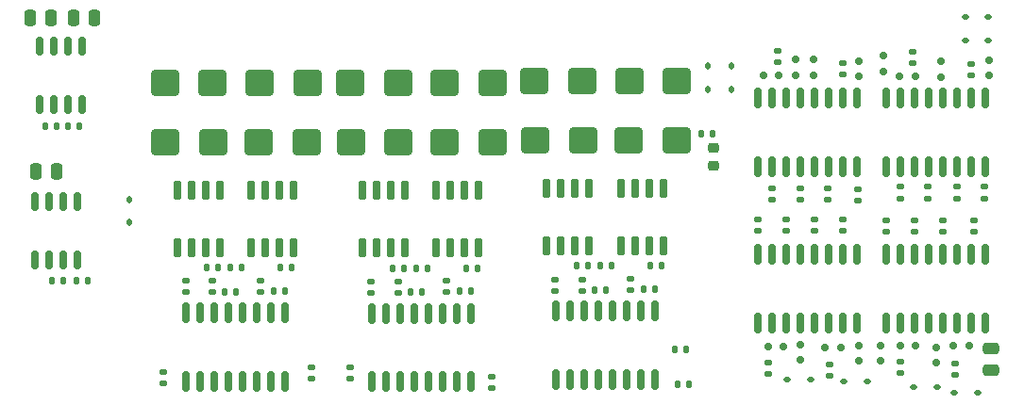
<source format=gbr>
%TF.GenerationSoftware,KiCad,Pcbnew,7.0.9-7.0.9~ubuntu22.04.1*%
%TF.CreationDate,2023-12-10T20:03:09+01:00*%
%TF.ProjectId,door_if4_usb.v2,646f6f72-5f69-4663-945f-7573622e7632,rev?*%
%TF.SameCoordinates,Original*%
%TF.FileFunction,Paste,Top*%
%TF.FilePolarity,Positive*%
%FSLAX46Y46*%
G04 Gerber Fmt 4.6, Leading zero omitted, Abs format (unit mm)*
G04 Created by KiCad (PCBNEW 7.0.9-7.0.9~ubuntu22.04.1) date 2023-12-10 20:03:09*
%MOMM*%
%LPD*%
G01*
G04 APERTURE LIST*
G04 Aperture macros list*
%AMRoundRect*
0 Rectangle with rounded corners*
0 $1 Rounding radius*
0 $2 $3 $4 $5 $6 $7 $8 $9 X,Y pos of 4 corners*
0 Add a 4 corners polygon primitive as box body*
4,1,4,$2,$3,$4,$5,$6,$7,$8,$9,$2,$3,0*
0 Add four circle primitives for the rounded corners*
1,1,$1+$1,$2,$3*
1,1,$1+$1,$4,$5*
1,1,$1+$1,$6,$7*
1,1,$1+$1,$8,$9*
0 Add four rect primitives between the rounded corners*
20,1,$1+$1,$2,$3,$4,$5,0*
20,1,$1+$1,$4,$5,$6,$7,0*
20,1,$1+$1,$6,$7,$8,$9,0*
20,1,$1+$1,$8,$9,$2,$3,0*%
G04 Aperture macros list end*
%ADD10RoundRect,0.112500X0.187500X0.112500X-0.187500X0.112500X-0.187500X-0.112500X0.187500X-0.112500X0*%
%ADD11RoundRect,0.150000X-0.200000X0.150000X-0.200000X-0.150000X0.200000X-0.150000X0.200000X0.150000X0*%
%ADD12RoundRect,0.250000X-1.000000X-0.900000X1.000000X-0.900000X1.000000X0.900000X-1.000000X0.900000X0*%
%ADD13RoundRect,0.135000X0.185000X-0.135000X0.185000X0.135000X-0.185000X0.135000X-0.185000X-0.135000X0*%
%ADD14RoundRect,0.150000X-0.150000X-0.200000X0.150000X-0.200000X0.150000X0.200000X-0.150000X0.200000X0*%
%ADD15RoundRect,0.135000X-0.185000X0.135000X-0.185000X-0.135000X0.185000X-0.135000X0.185000X0.135000X0*%
%ADD16RoundRect,0.150000X0.200000X-0.150000X0.200000X0.150000X-0.200000X0.150000X-0.200000X-0.150000X0*%
%ADD17RoundRect,0.162500X-0.162500X0.750000X-0.162500X-0.750000X0.162500X-0.750000X0.162500X0.750000X0*%
%ADD18RoundRect,0.250000X1.000000X0.900000X-1.000000X0.900000X-1.000000X-0.900000X1.000000X-0.900000X0*%
%ADD19RoundRect,0.135000X-0.135000X-0.185000X0.135000X-0.185000X0.135000X0.185000X-0.135000X0.185000X0*%
%ADD20RoundRect,0.135000X0.135000X0.185000X-0.135000X0.185000X-0.135000X-0.185000X0.135000X-0.185000X0*%
%ADD21RoundRect,0.150000X0.150000X-0.725000X0.150000X0.725000X-0.150000X0.725000X-0.150000X-0.725000X0*%
%ADD22RoundRect,0.250000X-0.250000X-0.475000X0.250000X-0.475000X0.250000X0.475000X-0.250000X0.475000X0*%
%ADD23RoundRect,0.218750X0.256250X-0.218750X0.256250X0.218750X-0.256250X0.218750X-0.256250X-0.218750X0*%
%ADD24RoundRect,0.112500X0.112500X-0.187500X0.112500X0.187500X-0.112500X0.187500X-0.112500X-0.187500X0*%
%ADD25RoundRect,0.150000X0.150000X-0.675000X0.150000X0.675000X-0.150000X0.675000X-0.150000X-0.675000X0*%
%ADD26RoundRect,0.150000X0.150000X0.200000X-0.150000X0.200000X-0.150000X-0.200000X0.150000X-0.200000X0*%
%ADD27RoundRect,0.162500X0.162500X-0.750000X0.162500X0.750000X-0.162500X0.750000X-0.162500X-0.750000X0*%
%ADD28RoundRect,0.250000X-0.475000X0.250000X-0.475000X-0.250000X0.475000X-0.250000X0.475000X0.250000X0*%
%ADD29RoundRect,0.250000X0.250000X0.475000X-0.250000X0.475000X-0.250000X-0.475000X0.250000X-0.475000X0*%
G04 APERTURE END LIST*
D10*
%TO.C,D2*%
X147750000Y-99600000D03*
X145650000Y-99600000D03*
%TD*%
D11*
%TO.C,D28*%
X136150000Y-104950000D03*
X136150000Y-103550000D03*
%TD*%
D12*
%TO.C,D24*%
X73900000Y-110850000D03*
X78200000Y-110850000D03*
%TD*%
D13*
%TO.C,R8*%
X111300000Y-124210000D03*
X111300000Y-123190000D03*
%TD*%
D14*
%TO.C,D31*%
X141200000Y-129200000D03*
X139800000Y-129200000D03*
%TD*%
D13*
%TO.C,R60*%
X128800000Y-103660000D03*
X128800000Y-102640000D03*
%TD*%
D12*
%TO.C,D7*%
X115500000Y-105400000D03*
X119800000Y-105400000D03*
%TD*%
D15*
%TO.C,R22*%
X90500000Y-131090000D03*
X90500000Y-132110000D03*
%TD*%
D16*
%TO.C,D34*%
X138300000Y-103100000D03*
X138300000Y-104500000D03*
%TD*%
D17*
%TO.C,U3*%
X147445000Y-106912500D03*
X146175000Y-106912500D03*
X144905000Y-106912500D03*
X143635000Y-106912500D03*
X142365000Y-106912500D03*
X141095000Y-106912500D03*
X139825000Y-106912500D03*
X138555000Y-106912500D03*
X138555000Y-113087500D03*
X139825000Y-113087500D03*
X141095000Y-113087500D03*
X142365000Y-113087500D03*
X143635000Y-113087500D03*
X144905000Y-113087500D03*
X146175000Y-113087500D03*
X147445000Y-113087500D03*
%TD*%
D13*
%TO.C,R38*%
X75700000Y-124370000D03*
X75700000Y-123350000D03*
%TD*%
D18*
%TO.C,D22*%
X86600000Y-110850000D03*
X82300000Y-110850000D03*
%TD*%
D19*
%TO.C,R21*%
X65890000Y-123300000D03*
X66910000Y-123300000D03*
%TD*%
D18*
%TO.C,D9*%
X111300000Y-105400000D03*
X107000000Y-105400000D03*
%TD*%
D12*
%TO.C,D16*%
X90525000Y-110875000D03*
X94825000Y-110875000D03*
%TD*%
D20*
%TO.C,R39*%
X80760000Y-122150000D03*
X79740000Y-122150000D03*
%TD*%
D13*
%TO.C,R54*%
X136000000Y-116110000D03*
X136000000Y-115090000D03*
%TD*%
%TO.C,R17*%
X139800000Y-115910000D03*
X139800000Y-114890000D03*
%TD*%
%TO.C,R55*%
X133350000Y-116060000D03*
X133350000Y-115040000D03*
%TD*%
D21*
%TO.C,Q4*%
X91570000Y-120350000D03*
X92840000Y-120350000D03*
X94110000Y-120350000D03*
X95380000Y-120350000D03*
X95380000Y-115200000D03*
X94110000Y-115200000D03*
X92840000Y-115200000D03*
X91570000Y-115200000D03*
%TD*%
D13*
%TO.C,R20*%
X140950000Y-103760000D03*
X140950000Y-102740000D03*
%TD*%
D19*
%TO.C,R5*%
X65190000Y-109400000D03*
X66210000Y-109400000D03*
%TD*%
D22*
%TO.C,C3*%
X61750000Y-99700000D03*
X63650000Y-99700000D03*
%TD*%
D23*
%TO.C,D1*%
X123100000Y-112987500D03*
X123100000Y-111412500D03*
%TD*%
D20*
%TO.C,R10*%
X113410000Y-124150000D03*
X112390000Y-124150000D03*
%TD*%
D16*
%TO.C,D27*%
X138050000Y-129150000D03*
X138050000Y-130550000D03*
%TD*%
D13*
%TO.C,R29*%
X99075000Y-124335000D03*
X99075000Y-123315000D03*
%TD*%
D15*
%TO.C,R49*%
X146400000Y-117890000D03*
X146400000Y-118910000D03*
%TD*%
%TO.C,R66*%
X128000000Y-130640000D03*
X128000000Y-131660000D03*
%TD*%
D20*
%TO.C,R4*%
X120610000Y-129500000D03*
X119590000Y-129500000D03*
%TD*%
D15*
%TO.C,R52*%
X144750000Y-130730000D03*
X144750000Y-131750000D03*
%TD*%
D21*
%TO.C,Q6*%
X74945000Y-120325000D03*
X76215000Y-120325000D03*
X77485000Y-120325000D03*
X78755000Y-120325000D03*
X78755000Y-115175000D03*
X77485000Y-115175000D03*
X76215000Y-115175000D03*
X74945000Y-115175000D03*
%TD*%
D15*
%TO.C,R64*%
X132150000Y-117790000D03*
X132150000Y-118810000D03*
%TD*%
D20*
%TO.C,R2*%
X120910000Y-132600000D03*
X119890000Y-132600000D03*
%TD*%
D13*
%TO.C,R9*%
X115600000Y-124160000D03*
X115600000Y-123140000D03*
%TD*%
D20*
%TO.C,R45*%
X78660000Y-122150000D03*
X77640000Y-122150000D03*
%TD*%
%TO.C,R7*%
X113910000Y-122000000D03*
X112890000Y-122000000D03*
%TD*%
D10*
%TO.C,D10*%
X147750000Y-101700000D03*
X145650000Y-101700000D03*
%TD*%
D19*
%TO.C,R31*%
X100265000Y-124275000D03*
X101285000Y-124275000D03*
%TD*%
D13*
%TO.C,R56*%
X130850000Y-116060000D03*
X130850000Y-115040000D03*
%TD*%
D21*
%TO.C,Q1*%
X114745000Y-120175000D03*
X116015000Y-120175000D03*
X117285000Y-120175000D03*
X118555000Y-120175000D03*
X118555000Y-115025000D03*
X117285000Y-115025000D03*
X116015000Y-115025000D03*
X114745000Y-115025000D03*
%TD*%
D15*
%TO.C,R47*%
X141100000Y-117890000D03*
X141100000Y-118910000D03*
%TD*%
D18*
%TO.C,D25*%
X78150000Y-105550000D03*
X73850000Y-105550000D03*
%TD*%
D20*
%TO.C,R12*%
X118410000Y-122000000D03*
X117390000Y-122000000D03*
%TD*%
D21*
%TO.C,Q5*%
X81595000Y-120325000D03*
X82865000Y-120325000D03*
X84135000Y-120325000D03*
X85405000Y-120325000D03*
X85405000Y-115175000D03*
X84135000Y-115175000D03*
X82865000Y-115175000D03*
X81595000Y-115175000D03*
%TD*%
D16*
%TO.C,D35*%
X143050000Y-129300000D03*
X143050000Y-130700000D03*
%TD*%
D19*
%TO.C,R11*%
X116790000Y-124100000D03*
X117810000Y-124100000D03*
%TD*%
D24*
%TO.C,D12*%
X122600000Y-106150000D03*
X122600000Y-104050000D03*
%TD*%
D14*
%TO.C,D33*%
X129350000Y-129250000D03*
X127950000Y-129250000D03*
%TD*%
D24*
%TO.C,D18*%
X70700000Y-118100000D03*
X70700000Y-116000000D03*
%TD*%
D20*
%TO.C,R13*%
X111810000Y-122000000D03*
X110790000Y-122000000D03*
%TD*%
D13*
%TO.C,R18*%
X146200000Y-104860000D03*
X146200000Y-103840000D03*
%TD*%
D17*
%TO.C,U7*%
X135945000Y-106912500D03*
X134675000Y-106912500D03*
X133405000Y-106912500D03*
X132135000Y-106912500D03*
X130865000Y-106912500D03*
X129595000Y-106912500D03*
X128325000Y-106912500D03*
X127055000Y-106912500D03*
X127055000Y-113087500D03*
X128325000Y-113087500D03*
X129595000Y-113087500D03*
X130865000Y-113087500D03*
X132135000Y-113087500D03*
X133405000Y-113087500D03*
X134675000Y-113087500D03*
X135945000Y-113087500D03*
%TD*%
D20*
%TO.C,R30*%
X96885000Y-124325000D03*
X95865000Y-124325000D03*
%TD*%
D13*
%TO.C,R16*%
X142300000Y-115910000D03*
X142300000Y-114890000D03*
%TD*%
D11*
%TO.C,D30*%
X143450000Y-105000000D03*
X143450000Y-103600000D03*
%TD*%
D14*
%TO.C,D39*%
X146000000Y-129200000D03*
X144600000Y-129200000D03*
%TD*%
D11*
%TO.C,D37*%
X136100000Y-130550000D03*
X136100000Y-129150000D03*
%TD*%
D13*
%TO.C,R26*%
X92325000Y-124395000D03*
X92325000Y-123375000D03*
%TD*%
D20*
%TO.C,R27*%
X97385000Y-122175000D03*
X96365000Y-122175000D03*
%TD*%
D15*
%TO.C,R46*%
X138600000Y-117890000D03*
X138600000Y-118910000D03*
%TD*%
D25*
%TO.C,U10*%
X62195000Y-121425000D03*
X63465000Y-121425000D03*
X64735000Y-121425000D03*
X66005000Y-121425000D03*
X66005000Y-116175000D03*
X64735000Y-116175000D03*
X63465000Y-116175000D03*
X62195000Y-116175000D03*
%TD*%
D13*
%TO.C,R24*%
X103200000Y-133010000D03*
X103200000Y-131990000D03*
%TD*%
D11*
%TO.C,D29*%
X130900000Y-130450000D03*
X130900000Y-129050000D03*
%TD*%
D10*
%TO.C,D3*%
X143150000Y-132900000D03*
X141050000Y-132900000D03*
%TD*%
D13*
%TO.C,R57*%
X128300000Y-116060000D03*
X128300000Y-115040000D03*
%TD*%
D15*
%TO.C,R63*%
X129600000Y-117790000D03*
X129600000Y-118810000D03*
%TD*%
D12*
%TO.C,D8*%
X107050000Y-110700000D03*
X111350000Y-110700000D03*
%TD*%
%TO.C,D23*%
X82350000Y-105550000D03*
X86650000Y-105550000D03*
%TD*%
D20*
%TO.C,R42*%
X80260000Y-124300000D03*
X79240000Y-124300000D03*
%TD*%
D18*
%TO.C,D17*%
X94775000Y-105575000D03*
X90475000Y-105575000D03*
%TD*%
D10*
%TO.C,D5*%
X131750000Y-132200000D03*
X129650000Y-132200000D03*
%TD*%
D15*
%TO.C,R36*%
X87000000Y-131090000D03*
X87000000Y-132110000D03*
%TD*%
D26*
%TO.C,D38*%
X139750000Y-104950000D03*
X141150000Y-104950000D03*
%TD*%
D11*
%TO.C,D32*%
X132050000Y-104850000D03*
X132050000Y-103450000D03*
%TD*%
D27*
%TO.C,U8*%
X127055000Y-127087500D03*
X128325000Y-127087500D03*
X129595000Y-127087500D03*
X130865000Y-127087500D03*
X132135000Y-127087500D03*
X133405000Y-127087500D03*
X134675000Y-127087500D03*
X135945000Y-127087500D03*
X135945000Y-120912500D03*
X134675000Y-120912500D03*
X133405000Y-120912500D03*
X132135000Y-120912500D03*
X130865000Y-120912500D03*
X129595000Y-120912500D03*
X128325000Y-120912500D03*
X127055000Y-120912500D03*
%TD*%
D21*
%TO.C,Q2*%
X108095000Y-120175000D03*
X109365000Y-120175000D03*
X110635000Y-120175000D03*
X111905000Y-120175000D03*
X111905000Y-115025000D03*
X110635000Y-115025000D03*
X109365000Y-115025000D03*
X108095000Y-115025000D03*
%TD*%
D27*
%TO.C,U4*%
X92380000Y-132412500D03*
X93650000Y-132412500D03*
X94920000Y-132412500D03*
X96190000Y-132412500D03*
X97460000Y-132412500D03*
X98730000Y-132412500D03*
X100000000Y-132412500D03*
X101270000Y-132412500D03*
X101270000Y-126237500D03*
X100000000Y-126237500D03*
X98730000Y-126237500D03*
X97460000Y-126237500D03*
X96190000Y-126237500D03*
X94920000Y-126237500D03*
X93650000Y-126237500D03*
X92380000Y-126237500D03*
%TD*%
D15*
%TO.C,R68*%
X133500000Y-130880000D03*
X133500000Y-131900000D03*
%TD*%
D27*
%TO.C,U2*%
X108905000Y-132237500D03*
X110175000Y-132237500D03*
X111445000Y-132237500D03*
X112715000Y-132237500D03*
X113985000Y-132237500D03*
X115255000Y-132237500D03*
X116525000Y-132237500D03*
X117795000Y-132237500D03*
X117795000Y-126062500D03*
X116525000Y-126062500D03*
X115255000Y-126062500D03*
X113985000Y-126062500D03*
X112715000Y-126062500D03*
X111445000Y-126062500D03*
X110175000Y-126062500D03*
X108905000Y-126062500D03*
%TD*%
D19*
%TO.C,R3*%
X63090000Y-109400000D03*
X64110000Y-109400000D03*
%TD*%
D18*
%TO.C,D14*%
X103225000Y-110875000D03*
X98925000Y-110875000D03*
%TD*%
D14*
%TO.C,D41*%
X134500000Y-129300000D03*
X133100000Y-129300000D03*
%TD*%
D10*
%TO.C,D13*%
X136850000Y-132400000D03*
X134750000Y-132400000D03*
%TD*%
D21*
%TO.C,Q3*%
X98220000Y-120350000D03*
X99490000Y-120350000D03*
X100760000Y-120350000D03*
X102030000Y-120350000D03*
X102030000Y-115200000D03*
X100760000Y-115200000D03*
X99490000Y-115200000D03*
X98220000Y-115200000D03*
%TD*%
D26*
%TO.C,D40*%
X127550000Y-104900000D03*
X128950000Y-104900000D03*
%TD*%
D13*
%TO.C,R15*%
X144900000Y-115910000D03*
X144900000Y-114890000D03*
%TD*%
D12*
%TO.C,D15*%
X98975000Y-105575000D03*
X103275000Y-105575000D03*
%TD*%
D25*
%TO.C,U9*%
X62595000Y-107525000D03*
X63865000Y-107525000D03*
X65135000Y-107525000D03*
X66405000Y-107525000D03*
X66405000Y-102275000D03*
X65135000Y-102275000D03*
X63865000Y-102275000D03*
X62595000Y-102275000D03*
%TD*%
D19*
%TO.C,R19*%
X63700000Y-123300000D03*
X64720000Y-123300000D03*
%TD*%
D28*
%TO.C,C2*%
X148000000Y-129450000D03*
X148000000Y-131350000D03*
%TD*%
D20*
%TO.C,R33*%
X95285000Y-122175000D03*
X94265000Y-122175000D03*
%TD*%
D22*
%TO.C,C4*%
X62250000Y-113500000D03*
X64150000Y-113500000D03*
%TD*%
D20*
%TO.C,R44*%
X85260000Y-122150000D03*
X84240000Y-122150000D03*
%TD*%
%TO.C,R32*%
X101885000Y-122175000D03*
X100865000Y-122175000D03*
%TD*%
D13*
%TO.C,R41*%
X82450000Y-124310000D03*
X82450000Y-123290000D03*
%TD*%
D15*
%TO.C,R50*%
X139800000Y-130600000D03*
X139800000Y-131620000D03*
%TD*%
D20*
%TO.C,R1*%
X123010000Y-110100000D03*
X121990000Y-110100000D03*
%TD*%
D13*
%TO.C,R6*%
X108850000Y-124220000D03*
X108850000Y-123200000D03*
%TD*%
D15*
%TO.C,R48*%
X143650000Y-117890000D03*
X143650000Y-118910000D03*
%TD*%
D13*
%TO.C,R14*%
X147400000Y-115910000D03*
X147400000Y-114890000D03*
%TD*%
D18*
%TO.C,D6*%
X119750000Y-110700000D03*
X115450000Y-110700000D03*
%TD*%
D13*
%TO.C,R34*%
X73700000Y-132510000D03*
X73700000Y-131490000D03*
%TD*%
D15*
%TO.C,R62*%
X127050000Y-117790000D03*
X127050000Y-118810000D03*
%TD*%
D11*
%TO.C,D26*%
X147800000Y-104900000D03*
X147800000Y-103500000D03*
%TD*%
D24*
%TO.C,D4*%
X124700000Y-106150000D03*
X124700000Y-104050000D03*
%TD*%
D29*
%TO.C,C1*%
X67550000Y-99700000D03*
X65650000Y-99700000D03*
%TD*%
D13*
%TO.C,R28*%
X94775000Y-124385000D03*
X94775000Y-123365000D03*
%TD*%
D15*
%TO.C,R65*%
X134700000Y-117790000D03*
X134700000Y-118810000D03*
%TD*%
D13*
%TO.C,R58*%
X134700000Y-104810000D03*
X134700000Y-103790000D03*
%TD*%
D27*
%TO.C,U6*%
X138555000Y-127087500D03*
X139825000Y-127087500D03*
X141095000Y-127087500D03*
X142365000Y-127087500D03*
X143635000Y-127087500D03*
X144905000Y-127087500D03*
X146175000Y-127087500D03*
X147445000Y-127087500D03*
X147445000Y-120912500D03*
X146175000Y-120912500D03*
X144905000Y-120912500D03*
X143635000Y-120912500D03*
X142365000Y-120912500D03*
X141095000Y-120912500D03*
X139825000Y-120912500D03*
X138555000Y-120912500D03*
%TD*%
D13*
%TO.C,R40*%
X78150000Y-124360000D03*
X78150000Y-123340000D03*
%TD*%
D19*
%TO.C,R43*%
X83640000Y-124250000D03*
X84660000Y-124250000D03*
%TD*%
D10*
%TO.C,D11*%
X146750000Y-133400000D03*
X144650000Y-133400000D03*
%TD*%
D11*
%TO.C,D36*%
X130450000Y-104850000D03*
X130450000Y-103450000D03*
%TD*%
D27*
%TO.C,U5*%
X75755000Y-132387500D03*
X77025000Y-132387500D03*
X78295000Y-132387500D03*
X79565000Y-132387500D03*
X80835000Y-132387500D03*
X82105000Y-132387500D03*
X83375000Y-132387500D03*
X84645000Y-132387500D03*
X84645000Y-126212500D03*
X83375000Y-126212500D03*
X82105000Y-126212500D03*
X80835000Y-126212500D03*
X79565000Y-126212500D03*
X78295000Y-126212500D03*
X77025000Y-126212500D03*
X75755000Y-126212500D03*
%TD*%
M02*

</source>
